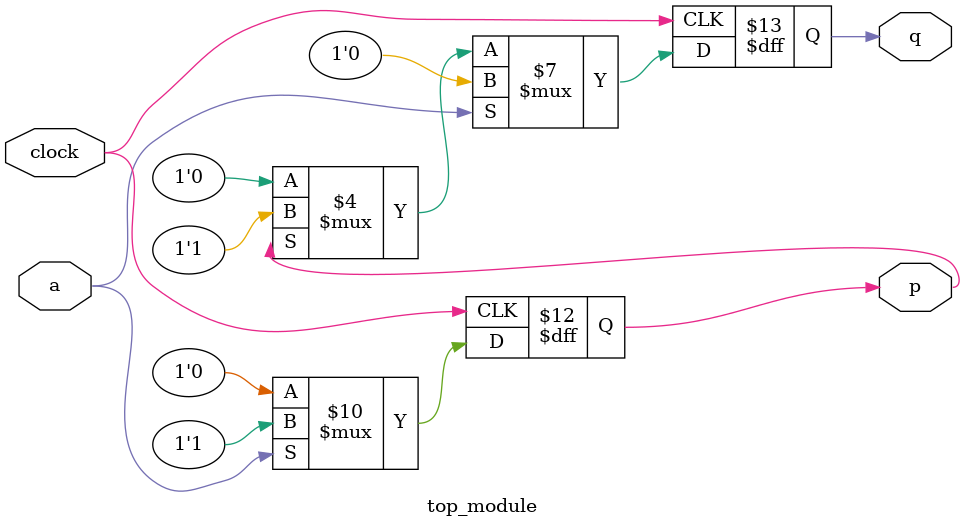
<source format=sv>
module top_module (
    input clock,
    input a, 
    output reg p,
    output reg q
);

always @(posedge clock) begin
    // Update p
    if (a) begin
        p <= 1;
    end else begin
        p <= 0;
    end

    // Update q
    if (a) begin
        q <= 0;
    end else begin
        if (p == 1) begin
            q <= 1;
        end else begin
            q <= 0;
        end
    end
end

endmodule

</source>
